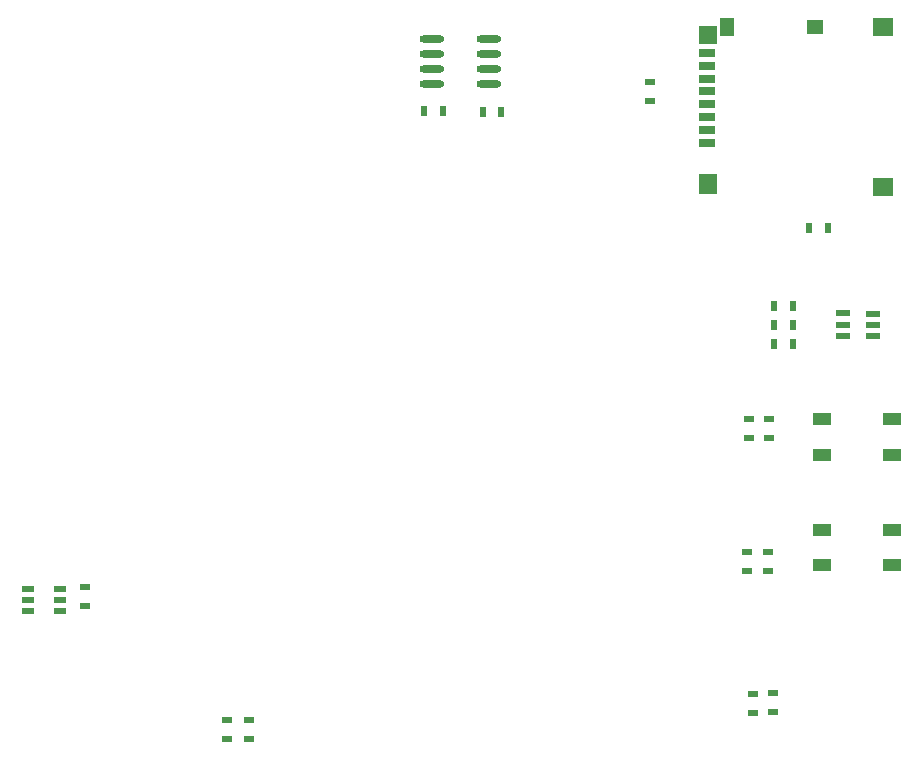
<source format=gtp>
G04*
G04 #@! TF.GenerationSoftware,Altium Limited,Altium Designer,21.0.9 (235)*
G04*
G04 Layer_Color=8421504*
%FSLAX44Y44*%
%MOMM*%
G71*
G04*
G04 #@! TF.SameCoordinates,736B1018-3895-43CE-9238-027F92C9441B*
G04*
G04*
G04 #@! TF.FilePolarity,Positive*
G04*
G01*
G75*
%ADD16R,0.9500X0.6000*%
%ADD17R,0.6000X0.9500*%
%ADD18R,1.3000X0.6000*%
%ADD19R,1.5500X1.0000*%
%ADD20O,2.1000X0.6500*%
%ADD21R,1.0000X0.5000*%
%ADD22R,1.3000X1.5000*%
%ADD23R,1.7000X1.5000*%
%ADD24R,1.4000X1.2000*%
%ADD25R,1.5000X1.7000*%
%ADD26R,1.5000X1.6000*%
%ADD27R,1.4000X0.8000*%
D16*
X172974Y271908D02*
D03*
Y287908D02*
D03*
X755250Y197778D02*
D03*
Y181778D02*
D03*
X738500Y197250D02*
D03*
Y181250D02*
D03*
X751234Y301450D02*
D03*
Y317450D02*
D03*
X733484Y316950D02*
D03*
Y300950D02*
D03*
X734894Y414200D02*
D03*
Y430200D02*
D03*
X751490Y430017D02*
D03*
Y414017D02*
D03*
X651106Y699250D02*
D03*
Y715250D02*
D03*
X311500Y174750D02*
D03*
Y158750D02*
D03*
X293000Y175000D02*
D03*
Y159000D02*
D03*
D17*
X772032Y493240D02*
D03*
X756032D02*
D03*
X772032Y509750D02*
D03*
X756032D02*
D03*
X772032Y525780D02*
D03*
X756032D02*
D03*
X801750Y592000D02*
D03*
X785750D02*
D03*
X525258Y690036D02*
D03*
X509258D02*
D03*
X476008Y690544D02*
D03*
X460009D02*
D03*
D18*
X814250Y519750D02*
D03*
Y509750D02*
D03*
X840250Y519250D02*
D03*
Y509750D02*
D03*
Y500250D02*
D03*
X814250D02*
D03*
D19*
X855658Y429560D02*
D03*
X796658D02*
D03*
Y399560D02*
D03*
X855658D02*
D03*
Y336339D02*
D03*
X796658D02*
D03*
Y306339D02*
D03*
X855658D02*
D03*
D20*
X466365Y751504D02*
D03*
Y738804D02*
D03*
Y726104D02*
D03*
Y713404D02*
D03*
X514865Y751504D02*
D03*
Y738804D02*
D03*
Y726104D02*
D03*
Y713404D02*
D03*
D21*
X124296Y267000D02*
D03*
Y276500D02*
D03*
Y286000D02*
D03*
X151296D02*
D03*
Y276500D02*
D03*
Y267000D02*
D03*
D22*
X716500Y761750D02*
D03*
D23*
X848500Y626750D02*
D03*
Y761750D02*
D03*
D24*
X790500D02*
D03*
D25*
X700000Y629250D02*
D03*
D26*
Y755250D02*
D03*
D27*
X699000Y663250D02*
D03*
Y674250D02*
D03*
Y685250D02*
D03*
Y696250D02*
D03*
Y707250D02*
D03*
Y718250D02*
D03*
Y729250D02*
D03*
Y740250D02*
D03*
M02*

</source>
